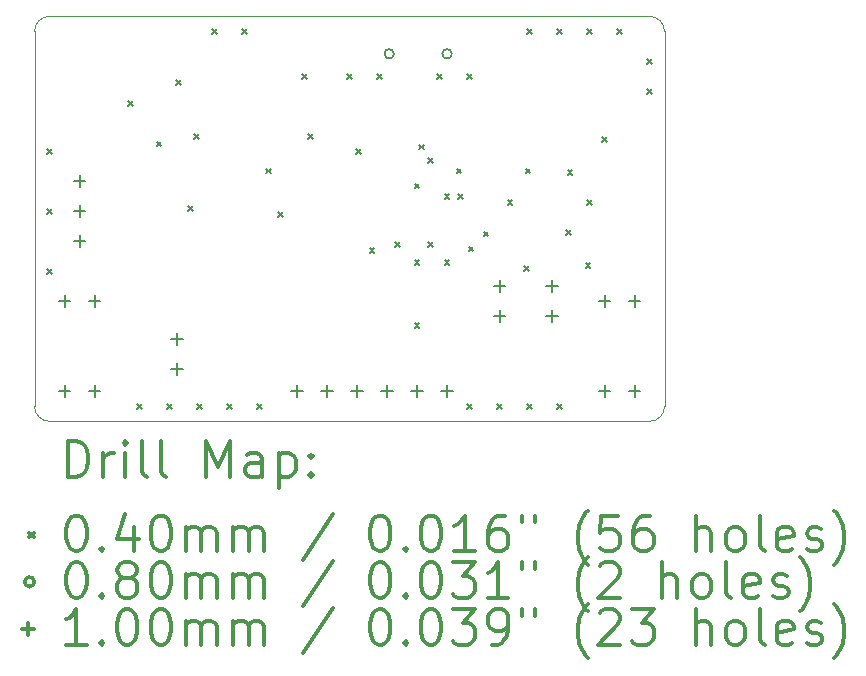
<source format=gbr>
%FSLAX45Y45*%
G04 Gerber Fmt 4.5, Leading zero omitted, Abs format (unit mm)*
G04 Created by KiCad (PCBNEW (5.1.2)-2) date 2019-08-11 21:37:22*
%MOMM*%
%LPD*%
G04 APERTURE LIST*
%ADD10C,0.050000*%
%ADD11C,0.200000*%
%ADD12C,0.300000*%
G04 APERTURE END LIST*
D10*
X17780000Y-14732000D02*
G75*
G02X17653000Y-14859000I-127000J0D01*
G01*
X17653000Y-11430000D02*
G75*
G02X17780000Y-11557000I0J-127000D01*
G01*
X12446000Y-11557000D02*
G75*
G02X12573000Y-11430000I127000J0D01*
G01*
X12573000Y-14859000D02*
G75*
G02X12446000Y-14732000I0J127000D01*
G01*
X17653000Y-14859000D02*
X12573000Y-14859000D01*
X17780000Y-11557000D02*
X17780000Y-14732000D01*
X12573000Y-11430000D02*
X17653000Y-11430000D01*
X12446000Y-14732000D02*
X12446000Y-11557000D01*
D11*
X12553000Y-12553000D02*
X12593000Y-12593000D01*
X12593000Y-12553000D02*
X12553000Y-12593000D01*
X12553000Y-13061000D02*
X12593000Y-13101000D01*
X12593000Y-13061000D02*
X12553000Y-13101000D01*
X12553000Y-13569000D02*
X12593000Y-13609000D01*
X12593000Y-13569000D02*
X12553000Y-13609000D01*
X13238800Y-12146600D02*
X13278800Y-12186600D01*
X13278800Y-12146600D02*
X13238800Y-12186600D01*
X13315000Y-14712000D02*
X13355000Y-14752000D01*
X13355000Y-14712000D02*
X13315000Y-14752000D01*
X13480100Y-12489500D02*
X13520100Y-12529500D01*
X13520100Y-12489500D02*
X13480100Y-12529500D01*
X13569000Y-14712000D02*
X13609000Y-14752000D01*
X13609000Y-14712000D02*
X13569000Y-14752000D01*
X13645200Y-11968800D02*
X13685200Y-12008800D01*
X13685200Y-11968800D02*
X13645200Y-12008800D01*
X13746800Y-13035600D02*
X13786800Y-13075600D01*
X13786800Y-13035600D02*
X13746800Y-13075600D01*
X13797600Y-12426000D02*
X13837600Y-12466000D01*
X13837600Y-12426000D02*
X13797600Y-12466000D01*
X13823000Y-14712000D02*
X13863000Y-14752000D01*
X13863000Y-14712000D02*
X13823000Y-14752000D01*
X13950000Y-11537000D02*
X13990000Y-11577000D01*
X13990000Y-11537000D02*
X13950000Y-11577000D01*
X14077000Y-14712000D02*
X14117000Y-14752000D01*
X14117000Y-14712000D02*
X14077000Y-14752000D01*
X14204000Y-11537000D02*
X14244000Y-11577000D01*
X14244000Y-11537000D02*
X14204000Y-11577000D01*
X14331000Y-14712000D02*
X14371000Y-14752000D01*
X14371000Y-14712000D02*
X14331000Y-14752000D01*
X14407200Y-12718100D02*
X14447200Y-12758100D01*
X14447200Y-12718100D02*
X14407200Y-12758100D01*
X14508800Y-13086400D02*
X14548800Y-13126400D01*
X14548800Y-13086400D02*
X14508800Y-13126400D01*
X14712000Y-11918000D02*
X14752000Y-11958000D01*
X14752000Y-11918000D02*
X14712000Y-11958000D01*
X14762800Y-12426000D02*
X14802800Y-12466000D01*
X14802800Y-12426000D02*
X14762800Y-12466000D01*
X15093000Y-11918000D02*
X15133000Y-11958000D01*
X15133000Y-11918000D02*
X15093000Y-11958000D01*
X15171100Y-12554900D02*
X15211100Y-12594900D01*
X15211100Y-12554900D02*
X15171100Y-12594900D01*
X15283500Y-13391200D02*
X15323500Y-13431200D01*
X15323500Y-13391200D02*
X15283500Y-13431200D01*
X15347000Y-11918000D02*
X15387000Y-11958000D01*
X15387000Y-11918000D02*
X15347000Y-11958000D01*
X15501300Y-13338500D02*
X15541300Y-13378500D01*
X15541300Y-13338500D02*
X15501300Y-13378500D01*
X15664500Y-12845100D02*
X15704500Y-12885100D01*
X15704500Y-12845100D02*
X15664500Y-12885100D01*
X15664500Y-13492800D02*
X15704500Y-13532800D01*
X15704500Y-13492800D02*
X15664500Y-13532800D01*
X15664500Y-14026200D02*
X15704500Y-14066200D01*
X15704500Y-14026200D02*
X15664500Y-14066200D01*
X15702600Y-12514900D02*
X15742600Y-12554900D01*
X15742600Y-12514900D02*
X15702600Y-12554900D01*
X15778800Y-12629200D02*
X15818800Y-12669200D01*
X15818800Y-12629200D02*
X15778800Y-12669200D01*
X15778800Y-13340400D02*
X15818800Y-13380400D01*
X15818800Y-13340400D02*
X15778800Y-13380400D01*
X15855000Y-11918000D02*
X15895000Y-11958000D01*
X15895000Y-11918000D02*
X15855000Y-11958000D01*
X15918500Y-12934000D02*
X15958500Y-12974000D01*
X15958500Y-12934000D02*
X15918500Y-12974000D01*
X15918500Y-13492800D02*
X15958500Y-13532800D01*
X15958500Y-13492800D02*
X15918500Y-13532800D01*
X16020100Y-12718100D02*
X16060100Y-12758100D01*
X16060100Y-12718100D02*
X16020100Y-12758100D01*
X16032800Y-12934000D02*
X16072800Y-12974000D01*
X16072800Y-12934000D02*
X16032800Y-12974000D01*
X16109000Y-11918000D02*
X16149000Y-11958000D01*
X16149000Y-11918000D02*
X16109000Y-11958000D01*
X16109000Y-14712000D02*
X16149000Y-14752000D01*
X16149000Y-14712000D02*
X16109000Y-14752000D01*
X16121700Y-13378500D02*
X16161700Y-13418500D01*
X16161700Y-13378500D02*
X16121700Y-13418500D01*
X16248700Y-13251500D02*
X16288700Y-13291500D01*
X16288700Y-13251500D02*
X16248700Y-13291500D01*
X16363000Y-14712000D02*
X16403000Y-14752000D01*
X16403000Y-14712000D02*
X16363000Y-14752000D01*
X16451900Y-12984800D02*
X16491900Y-13024800D01*
X16491900Y-12984800D02*
X16451900Y-13024800D01*
X16591600Y-13543600D02*
X16631600Y-13583600D01*
X16631600Y-13543600D02*
X16591600Y-13583600D01*
X16604300Y-12718100D02*
X16644300Y-12758100D01*
X16644300Y-12718100D02*
X16604300Y-12758100D01*
X16617000Y-11537000D02*
X16657000Y-11577000D01*
X16657000Y-11537000D02*
X16617000Y-11577000D01*
X16617000Y-14712000D02*
X16657000Y-14752000D01*
X16657000Y-14712000D02*
X16617000Y-14752000D01*
X16871000Y-11537000D02*
X16911000Y-11577000D01*
X16911000Y-11537000D02*
X16871000Y-11577000D01*
X16871000Y-14712000D02*
X16911000Y-14752000D01*
X16911000Y-14712000D02*
X16871000Y-14752000D01*
X16947200Y-13238800D02*
X16987200Y-13278800D01*
X16987200Y-13238800D02*
X16947200Y-13278800D01*
X16959900Y-12730800D02*
X16999900Y-12770800D01*
X16999900Y-12730800D02*
X16959900Y-12770800D01*
X17112300Y-13518200D02*
X17152300Y-13558200D01*
X17152300Y-13518200D02*
X17112300Y-13558200D01*
X17125000Y-11537000D02*
X17165000Y-11577000D01*
X17165000Y-11537000D02*
X17125000Y-11577000D01*
X17125000Y-12984800D02*
X17165000Y-13024800D01*
X17165000Y-12984800D02*
X17125000Y-13024800D01*
X17252000Y-12451400D02*
X17292000Y-12491400D01*
X17292000Y-12451400D02*
X17252000Y-12491400D01*
X17379000Y-11537000D02*
X17419000Y-11577000D01*
X17419000Y-11537000D02*
X17379000Y-11577000D01*
X17633000Y-11791000D02*
X17673000Y-11831000D01*
X17673000Y-11791000D02*
X17633000Y-11831000D01*
X17633000Y-12045000D02*
X17673000Y-12085000D01*
X17673000Y-12045000D02*
X17633000Y-12085000D01*
X15488500Y-11747500D02*
G75*
G03X15488500Y-11747500I-40000J0D01*
G01*
X15978500Y-11747500D02*
G75*
G03X15978500Y-11747500I-40000J0D01*
G01*
X13652500Y-14110500D02*
X13652500Y-14210500D01*
X13602500Y-14160500D02*
X13702500Y-14160500D01*
X13652500Y-14364500D02*
X13652500Y-14464500D01*
X13602500Y-14414500D02*
X13702500Y-14414500D01*
X12700000Y-14555000D02*
X12700000Y-14655000D01*
X12650000Y-14605000D02*
X12750000Y-14605000D01*
X12954000Y-14555000D02*
X12954000Y-14655000D01*
X12904000Y-14605000D02*
X13004000Y-14605000D01*
X16827500Y-13666000D02*
X16827500Y-13766000D01*
X16777500Y-13716000D02*
X16877500Y-13716000D01*
X16827500Y-13920000D02*
X16827500Y-14020000D01*
X16777500Y-13970000D02*
X16877500Y-13970000D01*
X17272000Y-13793000D02*
X17272000Y-13893000D01*
X17222000Y-13843000D02*
X17322000Y-13843000D01*
X17526000Y-13793000D02*
X17526000Y-13893000D01*
X17476000Y-13843000D02*
X17576000Y-13843000D01*
X17272000Y-14555000D02*
X17272000Y-14655000D01*
X17222000Y-14605000D02*
X17322000Y-14605000D01*
X17526000Y-14555000D02*
X17526000Y-14655000D01*
X17476000Y-14605000D02*
X17576000Y-14605000D01*
X16383000Y-13666000D02*
X16383000Y-13766000D01*
X16333000Y-13716000D02*
X16433000Y-13716000D01*
X16383000Y-13920000D02*
X16383000Y-14020000D01*
X16333000Y-13970000D02*
X16433000Y-13970000D01*
X12827000Y-12777000D02*
X12827000Y-12877000D01*
X12777000Y-12827000D02*
X12877000Y-12827000D01*
X12827000Y-13031000D02*
X12827000Y-13131000D01*
X12777000Y-13081000D02*
X12877000Y-13081000D01*
X12827000Y-13285000D02*
X12827000Y-13385000D01*
X12777000Y-13335000D02*
X12877000Y-13335000D01*
X14668500Y-14555000D02*
X14668500Y-14655000D01*
X14618500Y-14605000D02*
X14718500Y-14605000D01*
X14922500Y-14555000D02*
X14922500Y-14655000D01*
X14872500Y-14605000D02*
X14972500Y-14605000D01*
X15176500Y-14555000D02*
X15176500Y-14655000D01*
X15126500Y-14605000D02*
X15226500Y-14605000D01*
X15430500Y-14555000D02*
X15430500Y-14655000D01*
X15380500Y-14605000D02*
X15480500Y-14605000D01*
X15684500Y-14555000D02*
X15684500Y-14655000D01*
X15634500Y-14605000D02*
X15734500Y-14605000D01*
X15938500Y-14555000D02*
X15938500Y-14655000D01*
X15888500Y-14605000D02*
X15988500Y-14605000D01*
X12700000Y-13793000D02*
X12700000Y-13893000D01*
X12650000Y-13843000D02*
X12750000Y-13843000D01*
X12954000Y-13793000D02*
X12954000Y-13893000D01*
X12904000Y-13843000D02*
X13004000Y-13843000D01*
D12*
X12729928Y-15327214D02*
X12729928Y-15027214D01*
X12801357Y-15027214D01*
X12844214Y-15041500D01*
X12872786Y-15070071D01*
X12887071Y-15098643D01*
X12901357Y-15155786D01*
X12901357Y-15198643D01*
X12887071Y-15255786D01*
X12872786Y-15284357D01*
X12844214Y-15312929D01*
X12801357Y-15327214D01*
X12729928Y-15327214D01*
X13029928Y-15327214D02*
X13029928Y-15127214D01*
X13029928Y-15184357D02*
X13044214Y-15155786D01*
X13058500Y-15141500D01*
X13087071Y-15127214D01*
X13115643Y-15127214D01*
X13215643Y-15327214D02*
X13215643Y-15127214D01*
X13215643Y-15027214D02*
X13201357Y-15041500D01*
X13215643Y-15055786D01*
X13229928Y-15041500D01*
X13215643Y-15027214D01*
X13215643Y-15055786D01*
X13401357Y-15327214D02*
X13372786Y-15312929D01*
X13358500Y-15284357D01*
X13358500Y-15027214D01*
X13558500Y-15327214D02*
X13529928Y-15312929D01*
X13515643Y-15284357D01*
X13515643Y-15027214D01*
X13901357Y-15327214D02*
X13901357Y-15027214D01*
X14001357Y-15241500D01*
X14101357Y-15027214D01*
X14101357Y-15327214D01*
X14372786Y-15327214D02*
X14372786Y-15170071D01*
X14358500Y-15141500D01*
X14329928Y-15127214D01*
X14272786Y-15127214D01*
X14244214Y-15141500D01*
X14372786Y-15312929D02*
X14344214Y-15327214D01*
X14272786Y-15327214D01*
X14244214Y-15312929D01*
X14229928Y-15284357D01*
X14229928Y-15255786D01*
X14244214Y-15227214D01*
X14272786Y-15212929D01*
X14344214Y-15212929D01*
X14372786Y-15198643D01*
X14515643Y-15127214D02*
X14515643Y-15427214D01*
X14515643Y-15141500D02*
X14544214Y-15127214D01*
X14601357Y-15127214D01*
X14629928Y-15141500D01*
X14644214Y-15155786D01*
X14658500Y-15184357D01*
X14658500Y-15270071D01*
X14644214Y-15298643D01*
X14629928Y-15312929D01*
X14601357Y-15327214D01*
X14544214Y-15327214D01*
X14515643Y-15312929D01*
X14787071Y-15298643D02*
X14801357Y-15312929D01*
X14787071Y-15327214D01*
X14772786Y-15312929D01*
X14787071Y-15298643D01*
X14787071Y-15327214D01*
X14787071Y-15141500D02*
X14801357Y-15155786D01*
X14787071Y-15170071D01*
X14772786Y-15155786D01*
X14787071Y-15141500D01*
X14787071Y-15170071D01*
X12403500Y-15801500D02*
X12443500Y-15841500D01*
X12443500Y-15801500D02*
X12403500Y-15841500D01*
X12787071Y-15657214D02*
X12815643Y-15657214D01*
X12844214Y-15671500D01*
X12858500Y-15685786D01*
X12872786Y-15714357D01*
X12887071Y-15771500D01*
X12887071Y-15842929D01*
X12872786Y-15900071D01*
X12858500Y-15928643D01*
X12844214Y-15942929D01*
X12815643Y-15957214D01*
X12787071Y-15957214D01*
X12758500Y-15942929D01*
X12744214Y-15928643D01*
X12729928Y-15900071D01*
X12715643Y-15842929D01*
X12715643Y-15771500D01*
X12729928Y-15714357D01*
X12744214Y-15685786D01*
X12758500Y-15671500D01*
X12787071Y-15657214D01*
X13015643Y-15928643D02*
X13029928Y-15942929D01*
X13015643Y-15957214D01*
X13001357Y-15942929D01*
X13015643Y-15928643D01*
X13015643Y-15957214D01*
X13287071Y-15757214D02*
X13287071Y-15957214D01*
X13215643Y-15642929D02*
X13144214Y-15857214D01*
X13329928Y-15857214D01*
X13501357Y-15657214D02*
X13529928Y-15657214D01*
X13558500Y-15671500D01*
X13572786Y-15685786D01*
X13587071Y-15714357D01*
X13601357Y-15771500D01*
X13601357Y-15842929D01*
X13587071Y-15900071D01*
X13572786Y-15928643D01*
X13558500Y-15942929D01*
X13529928Y-15957214D01*
X13501357Y-15957214D01*
X13472786Y-15942929D01*
X13458500Y-15928643D01*
X13444214Y-15900071D01*
X13429928Y-15842929D01*
X13429928Y-15771500D01*
X13444214Y-15714357D01*
X13458500Y-15685786D01*
X13472786Y-15671500D01*
X13501357Y-15657214D01*
X13729928Y-15957214D02*
X13729928Y-15757214D01*
X13729928Y-15785786D02*
X13744214Y-15771500D01*
X13772786Y-15757214D01*
X13815643Y-15757214D01*
X13844214Y-15771500D01*
X13858500Y-15800071D01*
X13858500Y-15957214D01*
X13858500Y-15800071D02*
X13872786Y-15771500D01*
X13901357Y-15757214D01*
X13944214Y-15757214D01*
X13972786Y-15771500D01*
X13987071Y-15800071D01*
X13987071Y-15957214D01*
X14129928Y-15957214D02*
X14129928Y-15757214D01*
X14129928Y-15785786D02*
X14144214Y-15771500D01*
X14172786Y-15757214D01*
X14215643Y-15757214D01*
X14244214Y-15771500D01*
X14258500Y-15800071D01*
X14258500Y-15957214D01*
X14258500Y-15800071D02*
X14272786Y-15771500D01*
X14301357Y-15757214D01*
X14344214Y-15757214D01*
X14372786Y-15771500D01*
X14387071Y-15800071D01*
X14387071Y-15957214D01*
X14972786Y-15642929D02*
X14715643Y-16028643D01*
X15358500Y-15657214D02*
X15387071Y-15657214D01*
X15415643Y-15671500D01*
X15429928Y-15685786D01*
X15444214Y-15714357D01*
X15458500Y-15771500D01*
X15458500Y-15842929D01*
X15444214Y-15900071D01*
X15429928Y-15928643D01*
X15415643Y-15942929D01*
X15387071Y-15957214D01*
X15358500Y-15957214D01*
X15329928Y-15942929D01*
X15315643Y-15928643D01*
X15301357Y-15900071D01*
X15287071Y-15842929D01*
X15287071Y-15771500D01*
X15301357Y-15714357D01*
X15315643Y-15685786D01*
X15329928Y-15671500D01*
X15358500Y-15657214D01*
X15587071Y-15928643D02*
X15601357Y-15942929D01*
X15587071Y-15957214D01*
X15572786Y-15942929D01*
X15587071Y-15928643D01*
X15587071Y-15957214D01*
X15787071Y-15657214D02*
X15815643Y-15657214D01*
X15844214Y-15671500D01*
X15858500Y-15685786D01*
X15872786Y-15714357D01*
X15887071Y-15771500D01*
X15887071Y-15842929D01*
X15872786Y-15900071D01*
X15858500Y-15928643D01*
X15844214Y-15942929D01*
X15815643Y-15957214D01*
X15787071Y-15957214D01*
X15758500Y-15942929D01*
X15744214Y-15928643D01*
X15729928Y-15900071D01*
X15715643Y-15842929D01*
X15715643Y-15771500D01*
X15729928Y-15714357D01*
X15744214Y-15685786D01*
X15758500Y-15671500D01*
X15787071Y-15657214D01*
X16172786Y-15957214D02*
X16001357Y-15957214D01*
X16087071Y-15957214D02*
X16087071Y-15657214D01*
X16058500Y-15700071D01*
X16029928Y-15728643D01*
X16001357Y-15742929D01*
X16429928Y-15657214D02*
X16372786Y-15657214D01*
X16344214Y-15671500D01*
X16329928Y-15685786D01*
X16301357Y-15728643D01*
X16287071Y-15785786D01*
X16287071Y-15900071D01*
X16301357Y-15928643D01*
X16315643Y-15942929D01*
X16344214Y-15957214D01*
X16401357Y-15957214D01*
X16429928Y-15942929D01*
X16444214Y-15928643D01*
X16458500Y-15900071D01*
X16458500Y-15828643D01*
X16444214Y-15800071D01*
X16429928Y-15785786D01*
X16401357Y-15771500D01*
X16344214Y-15771500D01*
X16315643Y-15785786D01*
X16301357Y-15800071D01*
X16287071Y-15828643D01*
X16572786Y-15657214D02*
X16572786Y-15714357D01*
X16687071Y-15657214D02*
X16687071Y-15714357D01*
X17129928Y-16071500D02*
X17115643Y-16057214D01*
X17087071Y-16014357D01*
X17072786Y-15985786D01*
X17058500Y-15942929D01*
X17044214Y-15871500D01*
X17044214Y-15814357D01*
X17058500Y-15742929D01*
X17072786Y-15700071D01*
X17087071Y-15671500D01*
X17115643Y-15628643D01*
X17129928Y-15614357D01*
X17387071Y-15657214D02*
X17244214Y-15657214D01*
X17229928Y-15800071D01*
X17244214Y-15785786D01*
X17272786Y-15771500D01*
X17344214Y-15771500D01*
X17372786Y-15785786D01*
X17387071Y-15800071D01*
X17401357Y-15828643D01*
X17401357Y-15900071D01*
X17387071Y-15928643D01*
X17372786Y-15942929D01*
X17344214Y-15957214D01*
X17272786Y-15957214D01*
X17244214Y-15942929D01*
X17229928Y-15928643D01*
X17658500Y-15657214D02*
X17601357Y-15657214D01*
X17572786Y-15671500D01*
X17558500Y-15685786D01*
X17529928Y-15728643D01*
X17515643Y-15785786D01*
X17515643Y-15900071D01*
X17529928Y-15928643D01*
X17544214Y-15942929D01*
X17572786Y-15957214D01*
X17629928Y-15957214D01*
X17658500Y-15942929D01*
X17672786Y-15928643D01*
X17687071Y-15900071D01*
X17687071Y-15828643D01*
X17672786Y-15800071D01*
X17658500Y-15785786D01*
X17629928Y-15771500D01*
X17572786Y-15771500D01*
X17544214Y-15785786D01*
X17529928Y-15800071D01*
X17515643Y-15828643D01*
X18044214Y-15957214D02*
X18044214Y-15657214D01*
X18172786Y-15957214D02*
X18172786Y-15800071D01*
X18158500Y-15771500D01*
X18129928Y-15757214D01*
X18087071Y-15757214D01*
X18058500Y-15771500D01*
X18044214Y-15785786D01*
X18358500Y-15957214D02*
X18329928Y-15942929D01*
X18315643Y-15928643D01*
X18301357Y-15900071D01*
X18301357Y-15814357D01*
X18315643Y-15785786D01*
X18329928Y-15771500D01*
X18358500Y-15757214D01*
X18401357Y-15757214D01*
X18429928Y-15771500D01*
X18444214Y-15785786D01*
X18458500Y-15814357D01*
X18458500Y-15900071D01*
X18444214Y-15928643D01*
X18429928Y-15942929D01*
X18401357Y-15957214D01*
X18358500Y-15957214D01*
X18629928Y-15957214D02*
X18601357Y-15942929D01*
X18587071Y-15914357D01*
X18587071Y-15657214D01*
X18858500Y-15942929D02*
X18829928Y-15957214D01*
X18772786Y-15957214D01*
X18744214Y-15942929D01*
X18729928Y-15914357D01*
X18729928Y-15800071D01*
X18744214Y-15771500D01*
X18772786Y-15757214D01*
X18829928Y-15757214D01*
X18858500Y-15771500D01*
X18872786Y-15800071D01*
X18872786Y-15828643D01*
X18729928Y-15857214D01*
X18987071Y-15942929D02*
X19015643Y-15957214D01*
X19072786Y-15957214D01*
X19101357Y-15942929D01*
X19115643Y-15914357D01*
X19115643Y-15900071D01*
X19101357Y-15871500D01*
X19072786Y-15857214D01*
X19029928Y-15857214D01*
X19001357Y-15842929D01*
X18987071Y-15814357D01*
X18987071Y-15800071D01*
X19001357Y-15771500D01*
X19029928Y-15757214D01*
X19072786Y-15757214D01*
X19101357Y-15771500D01*
X19215643Y-16071500D02*
X19229928Y-16057214D01*
X19258500Y-16014357D01*
X19272786Y-15985786D01*
X19287071Y-15942929D01*
X19301357Y-15871500D01*
X19301357Y-15814357D01*
X19287071Y-15742929D01*
X19272786Y-15700071D01*
X19258500Y-15671500D01*
X19229928Y-15628643D01*
X19215643Y-15614357D01*
X12443500Y-16217500D02*
G75*
G03X12443500Y-16217500I-40000J0D01*
G01*
X12787071Y-16053214D02*
X12815643Y-16053214D01*
X12844214Y-16067500D01*
X12858500Y-16081786D01*
X12872786Y-16110357D01*
X12887071Y-16167500D01*
X12887071Y-16238929D01*
X12872786Y-16296071D01*
X12858500Y-16324643D01*
X12844214Y-16338929D01*
X12815643Y-16353214D01*
X12787071Y-16353214D01*
X12758500Y-16338929D01*
X12744214Y-16324643D01*
X12729928Y-16296071D01*
X12715643Y-16238929D01*
X12715643Y-16167500D01*
X12729928Y-16110357D01*
X12744214Y-16081786D01*
X12758500Y-16067500D01*
X12787071Y-16053214D01*
X13015643Y-16324643D02*
X13029928Y-16338929D01*
X13015643Y-16353214D01*
X13001357Y-16338929D01*
X13015643Y-16324643D01*
X13015643Y-16353214D01*
X13201357Y-16181786D02*
X13172786Y-16167500D01*
X13158500Y-16153214D01*
X13144214Y-16124643D01*
X13144214Y-16110357D01*
X13158500Y-16081786D01*
X13172786Y-16067500D01*
X13201357Y-16053214D01*
X13258500Y-16053214D01*
X13287071Y-16067500D01*
X13301357Y-16081786D01*
X13315643Y-16110357D01*
X13315643Y-16124643D01*
X13301357Y-16153214D01*
X13287071Y-16167500D01*
X13258500Y-16181786D01*
X13201357Y-16181786D01*
X13172786Y-16196071D01*
X13158500Y-16210357D01*
X13144214Y-16238929D01*
X13144214Y-16296071D01*
X13158500Y-16324643D01*
X13172786Y-16338929D01*
X13201357Y-16353214D01*
X13258500Y-16353214D01*
X13287071Y-16338929D01*
X13301357Y-16324643D01*
X13315643Y-16296071D01*
X13315643Y-16238929D01*
X13301357Y-16210357D01*
X13287071Y-16196071D01*
X13258500Y-16181786D01*
X13501357Y-16053214D02*
X13529928Y-16053214D01*
X13558500Y-16067500D01*
X13572786Y-16081786D01*
X13587071Y-16110357D01*
X13601357Y-16167500D01*
X13601357Y-16238929D01*
X13587071Y-16296071D01*
X13572786Y-16324643D01*
X13558500Y-16338929D01*
X13529928Y-16353214D01*
X13501357Y-16353214D01*
X13472786Y-16338929D01*
X13458500Y-16324643D01*
X13444214Y-16296071D01*
X13429928Y-16238929D01*
X13429928Y-16167500D01*
X13444214Y-16110357D01*
X13458500Y-16081786D01*
X13472786Y-16067500D01*
X13501357Y-16053214D01*
X13729928Y-16353214D02*
X13729928Y-16153214D01*
X13729928Y-16181786D02*
X13744214Y-16167500D01*
X13772786Y-16153214D01*
X13815643Y-16153214D01*
X13844214Y-16167500D01*
X13858500Y-16196071D01*
X13858500Y-16353214D01*
X13858500Y-16196071D02*
X13872786Y-16167500D01*
X13901357Y-16153214D01*
X13944214Y-16153214D01*
X13972786Y-16167500D01*
X13987071Y-16196071D01*
X13987071Y-16353214D01*
X14129928Y-16353214D02*
X14129928Y-16153214D01*
X14129928Y-16181786D02*
X14144214Y-16167500D01*
X14172786Y-16153214D01*
X14215643Y-16153214D01*
X14244214Y-16167500D01*
X14258500Y-16196071D01*
X14258500Y-16353214D01*
X14258500Y-16196071D02*
X14272786Y-16167500D01*
X14301357Y-16153214D01*
X14344214Y-16153214D01*
X14372786Y-16167500D01*
X14387071Y-16196071D01*
X14387071Y-16353214D01*
X14972786Y-16038929D02*
X14715643Y-16424643D01*
X15358500Y-16053214D02*
X15387071Y-16053214D01*
X15415643Y-16067500D01*
X15429928Y-16081786D01*
X15444214Y-16110357D01*
X15458500Y-16167500D01*
X15458500Y-16238929D01*
X15444214Y-16296071D01*
X15429928Y-16324643D01*
X15415643Y-16338929D01*
X15387071Y-16353214D01*
X15358500Y-16353214D01*
X15329928Y-16338929D01*
X15315643Y-16324643D01*
X15301357Y-16296071D01*
X15287071Y-16238929D01*
X15287071Y-16167500D01*
X15301357Y-16110357D01*
X15315643Y-16081786D01*
X15329928Y-16067500D01*
X15358500Y-16053214D01*
X15587071Y-16324643D02*
X15601357Y-16338929D01*
X15587071Y-16353214D01*
X15572786Y-16338929D01*
X15587071Y-16324643D01*
X15587071Y-16353214D01*
X15787071Y-16053214D02*
X15815643Y-16053214D01*
X15844214Y-16067500D01*
X15858500Y-16081786D01*
X15872786Y-16110357D01*
X15887071Y-16167500D01*
X15887071Y-16238929D01*
X15872786Y-16296071D01*
X15858500Y-16324643D01*
X15844214Y-16338929D01*
X15815643Y-16353214D01*
X15787071Y-16353214D01*
X15758500Y-16338929D01*
X15744214Y-16324643D01*
X15729928Y-16296071D01*
X15715643Y-16238929D01*
X15715643Y-16167500D01*
X15729928Y-16110357D01*
X15744214Y-16081786D01*
X15758500Y-16067500D01*
X15787071Y-16053214D01*
X15987071Y-16053214D02*
X16172786Y-16053214D01*
X16072786Y-16167500D01*
X16115643Y-16167500D01*
X16144214Y-16181786D01*
X16158500Y-16196071D01*
X16172786Y-16224643D01*
X16172786Y-16296071D01*
X16158500Y-16324643D01*
X16144214Y-16338929D01*
X16115643Y-16353214D01*
X16029928Y-16353214D01*
X16001357Y-16338929D01*
X15987071Y-16324643D01*
X16458500Y-16353214D02*
X16287071Y-16353214D01*
X16372786Y-16353214D02*
X16372786Y-16053214D01*
X16344214Y-16096071D01*
X16315643Y-16124643D01*
X16287071Y-16138929D01*
X16572786Y-16053214D02*
X16572786Y-16110357D01*
X16687071Y-16053214D02*
X16687071Y-16110357D01*
X17129928Y-16467500D02*
X17115643Y-16453214D01*
X17087071Y-16410357D01*
X17072786Y-16381786D01*
X17058500Y-16338929D01*
X17044214Y-16267500D01*
X17044214Y-16210357D01*
X17058500Y-16138929D01*
X17072786Y-16096071D01*
X17087071Y-16067500D01*
X17115643Y-16024643D01*
X17129928Y-16010357D01*
X17229928Y-16081786D02*
X17244214Y-16067500D01*
X17272786Y-16053214D01*
X17344214Y-16053214D01*
X17372786Y-16067500D01*
X17387071Y-16081786D01*
X17401357Y-16110357D01*
X17401357Y-16138929D01*
X17387071Y-16181786D01*
X17215643Y-16353214D01*
X17401357Y-16353214D01*
X17758500Y-16353214D02*
X17758500Y-16053214D01*
X17887071Y-16353214D02*
X17887071Y-16196071D01*
X17872786Y-16167500D01*
X17844214Y-16153214D01*
X17801357Y-16153214D01*
X17772786Y-16167500D01*
X17758500Y-16181786D01*
X18072786Y-16353214D02*
X18044214Y-16338929D01*
X18029928Y-16324643D01*
X18015643Y-16296071D01*
X18015643Y-16210357D01*
X18029928Y-16181786D01*
X18044214Y-16167500D01*
X18072786Y-16153214D01*
X18115643Y-16153214D01*
X18144214Y-16167500D01*
X18158500Y-16181786D01*
X18172786Y-16210357D01*
X18172786Y-16296071D01*
X18158500Y-16324643D01*
X18144214Y-16338929D01*
X18115643Y-16353214D01*
X18072786Y-16353214D01*
X18344214Y-16353214D02*
X18315643Y-16338929D01*
X18301357Y-16310357D01*
X18301357Y-16053214D01*
X18572786Y-16338929D02*
X18544214Y-16353214D01*
X18487071Y-16353214D01*
X18458500Y-16338929D01*
X18444214Y-16310357D01*
X18444214Y-16196071D01*
X18458500Y-16167500D01*
X18487071Y-16153214D01*
X18544214Y-16153214D01*
X18572786Y-16167500D01*
X18587071Y-16196071D01*
X18587071Y-16224643D01*
X18444214Y-16253214D01*
X18701357Y-16338929D02*
X18729928Y-16353214D01*
X18787071Y-16353214D01*
X18815643Y-16338929D01*
X18829928Y-16310357D01*
X18829928Y-16296071D01*
X18815643Y-16267500D01*
X18787071Y-16253214D01*
X18744214Y-16253214D01*
X18715643Y-16238929D01*
X18701357Y-16210357D01*
X18701357Y-16196071D01*
X18715643Y-16167500D01*
X18744214Y-16153214D01*
X18787071Y-16153214D01*
X18815643Y-16167500D01*
X18929928Y-16467500D02*
X18944214Y-16453214D01*
X18972786Y-16410357D01*
X18987071Y-16381786D01*
X19001357Y-16338929D01*
X19015643Y-16267500D01*
X19015643Y-16210357D01*
X19001357Y-16138929D01*
X18987071Y-16096071D01*
X18972786Y-16067500D01*
X18944214Y-16024643D01*
X18929928Y-16010357D01*
X12393500Y-16563500D02*
X12393500Y-16663500D01*
X12343500Y-16613500D02*
X12443500Y-16613500D01*
X12887071Y-16749214D02*
X12715643Y-16749214D01*
X12801357Y-16749214D02*
X12801357Y-16449214D01*
X12772786Y-16492071D01*
X12744214Y-16520643D01*
X12715643Y-16534929D01*
X13015643Y-16720643D02*
X13029928Y-16734929D01*
X13015643Y-16749214D01*
X13001357Y-16734929D01*
X13015643Y-16720643D01*
X13015643Y-16749214D01*
X13215643Y-16449214D02*
X13244214Y-16449214D01*
X13272786Y-16463500D01*
X13287071Y-16477786D01*
X13301357Y-16506357D01*
X13315643Y-16563500D01*
X13315643Y-16634929D01*
X13301357Y-16692071D01*
X13287071Y-16720643D01*
X13272786Y-16734929D01*
X13244214Y-16749214D01*
X13215643Y-16749214D01*
X13187071Y-16734929D01*
X13172786Y-16720643D01*
X13158500Y-16692071D01*
X13144214Y-16634929D01*
X13144214Y-16563500D01*
X13158500Y-16506357D01*
X13172786Y-16477786D01*
X13187071Y-16463500D01*
X13215643Y-16449214D01*
X13501357Y-16449214D02*
X13529928Y-16449214D01*
X13558500Y-16463500D01*
X13572786Y-16477786D01*
X13587071Y-16506357D01*
X13601357Y-16563500D01*
X13601357Y-16634929D01*
X13587071Y-16692071D01*
X13572786Y-16720643D01*
X13558500Y-16734929D01*
X13529928Y-16749214D01*
X13501357Y-16749214D01*
X13472786Y-16734929D01*
X13458500Y-16720643D01*
X13444214Y-16692071D01*
X13429928Y-16634929D01*
X13429928Y-16563500D01*
X13444214Y-16506357D01*
X13458500Y-16477786D01*
X13472786Y-16463500D01*
X13501357Y-16449214D01*
X13729928Y-16749214D02*
X13729928Y-16549214D01*
X13729928Y-16577786D02*
X13744214Y-16563500D01*
X13772786Y-16549214D01*
X13815643Y-16549214D01*
X13844214Y-16563500D01*
X13858500Y-16592071D01*
X13858500Y-16749214D01*
X13858500Y-16592071D02*
X13872786Y-16563500D01*
X13901357Y-16549214D01*
X13944214Y-16549214D01*
X13972786Y-16563500D01*
X13987071Y-16592071D01*
X13987071Y-16749214D01*
X14129928Y-16749214D02*
X14129928Y-16549214D01*
X14129928Y-16577786D02*
X14144214Y-16563500D01*
X14172786Y-16549214D01*
X14215643Y-16549214D01*
X14244214Y-16563500D01*
X14258500Y-16592071D01*
X14258500Y-16749214D01*
X14258500Y-16592071D02*
X14272786Y-16563500D01*
X14301357Y-16549214D01*
X14344214Y-16549214D01*
X14372786Y-16563500D01*
X14387071Y-16592071D01*
X14387071Y-16749214D01*
X14972786Y-16434929D02*
X14715643Y-16820643D01*
X15358500Y-16449214D02*
X15387071Y-16449214D01*
X15415643Y-16463500D01*
X15429928Y-16477786D01*
X15444214Y-16506357D01*
X15458500Y-16563500D01*
X15458500Y-16634929D01*
X15444214Y-16692071D01*
X15429928Y-16720643D01*
X15415643Y-16734929D01*
X15387071Y-16749214D01*
X15358500Y-16749214D01*
X15329928Y-16734929D01*
X15315643Y-16720643D01*
X15301357Y-16692071D01*
X15287071Y-16634929D01*
X15287071Y-16563500D01*
X15301357Y-16506357D01*
X15315643Y-16477786D01*
X15329928Y-16463500D01*
X15358500Y-16449214D01*
X15587071Y-16720643D02*
X15601357Y-16734929D01*
X15587071Y-16749214D01*
X15572786Y-16734929D01*
X15587071Y-16720643D01*
X15587071Y-16749214D01*
X15787071Y-16449214D02*
X15815643Y-16449214D01*
X15844214Y-16463500D01*
X15858500Y-16477786D01*
X15872786Y-16506357D01*
X15887071Y-16563500D01*
X15887071Y-16634929D01*
X15872786Y-16692071D01*
X15858500Y-16720643D01*
X15844214Y-16734929D01*
X15815643Y-16749214D01*
X15787071Y-16749214D01*
X15758500Y-16734929D01*
X15744214Y-16720643D01*
X15729928Y-16692071D01*
X15715643Y-16634929D01*
X15715643Y-16563500D01*
X15729928Y-16506357D01*
X15744214Y-16477786D01*
X15758500Y-16463500D01*
X15787071Y-16449214D01*
X15987071Y-16449214D02*
X16172786Y-16449214D01*
X16072786Y-16563500D01*
X16115643Y-16563500D01*
X16144214Y-16577786D01*
X16158500Y-16592071D01*
X16172786Y-16620643D01*
X16172786Y-16692071D01*
X16158500Y-16720643D01*
X16144214Y-16734929D01*
X16115643Y-16749214D01*
X16029928Y-16749214D01*
X16001357Y-16734929D01*
X15987071Y-16720643D01*
X16315643Y-16749214D02*
X16372786Y-16749214D01*
X16401357Y-16734929D01*
X16415643Y-16720643D01*
X16444214Y-16677786D01*
X16458500Y-16620643D01*
X16458500Y-16506357D01*
X16444214Y-16477786D01*
X16429928Y-16463500D01*
X16401357Y-16449214D01*
X16344214Y-16449214D01*
X16315643Y-16463500D01*
X16301357Y-16477786D01*
X16287071Y-16506357D01*
X16287071Y-16577786D01*
X16301357Y-16606357D01*
X16315643Y-16620643D01*
X16344214Y-16634929D01*
X16401357Y-16634929D01*
X16429928Y-16620643D01*
X16444214Y-16606357D01*
X16458500Y-16577786D01*
X16572786Y-16449214D02*
X16572786Y-16506357D01*
X16687071Y-16449214D02*
X16687071Y-16506357D01*
X17129928Y-16863500D02*
X17115643Y-16849214D01*
X17087071Y-16806357D01*
X17072786Y-16777786D01*
X17058500Y-16734929D01*
X17044214Y-16663500D01*
X17044214Y-16606357D01*
X17058500Y-16534929D01*
X17072786Y-16492071D01*
X17087071Y-16463500D01*
X17115643Y-16420643D01*
X17129928Y-16406357D01*
X17229928Y-16477786D02*
X17244214Y-16463500D01*
X17272786Y-16449214D01*
X17344214Y-16449214D01*
X17372786Y-16463500D01*
X17387071Y-16477786D01*
X17401357Y-16506357D01*
X17401357Y-16534929D01*
X17387071Y-16577786D01*
X17215643Y-16749214D01*
X17401357Y-16749214D01*
X17501357Y-16449214D02*
X17687071Y-16449214D01*
X17587071Y-16563500D01*
X17629928Y-16563500D01*
X17658500Y-16577786D01*
X17672786Y-16592071D01*
X17687071Y-16620643D01*
X17687071Y-16692071D01*
X17672786Y-16720643D01*
X17658500Y-16734929D01*
X17629928Y-16749214D01*
X17544214Y-16749214D01*
X17515643Y-16734929D01*
X17501357Y-16720643D01*
X18044214Y-16749214D02*
X18044214Y-16449214D01*
X18172786Y-16749214D02*
X18172786Y-16592071D01*
X18158500Y-16563500D01*
X18129928Y-16549214D01*
X18087071Y-16549214D01*
X18058500Y-16563500D01*
X18044214Y-16577786D01*
X18358500Y-16749214D02*
X18329928Y-16734929D01*
X18315643Y-16720643D01*
X18301357Y-16692071D01*
X18301357Y-16606357D01*
X18315643Y-16577786D01*
X18329928Y-16563500D01*
X18358500Y-16549214D01*
X18401357Y-16549214D01*
X18429928Y-16563500D01*
X18444214Y-16577786D01*
X18458500Y-16606357D01*
X18458500Y-16692071D01*
X18444214Y-16720643D01*
X18429928Y-16734929D01*
X18401357Y-16749214D01*
X18358500Y-16749214D01*
X18629928Y-16749214D02*
X18601357Y-16734929D01*
X18587071Y-16706357D01*
X18587071Y-16449214D01*
X18858500Y-16734929D02*
X18829928Y-16749214D01*
X18772786Y-16749214D01*
X18744214Y-16734929D01*
X18729928Y-16706357D01*
X18729928Y-16592071D01*
X18744214Y-16563500D01*
X18772786Y-16549214D01*
X18829928Y-16549214D01*
X18858500Y-16563500D01*
X18872786Y-16592071D01*
X18872786Y-16620643D01*
X18729928Y-16649214D01*
X18987071Y-16734929D02*
X19015643Y-16749214D01*
X19072786Y-16749214D01*
X19101357Y-16734929D01*
X19115643Y-16706357D01*
X19115643Y-16692071D01*
X19101357Y-16663500D01*
X19072786Y-16649214D01*
X19029928Y-16649214D01*
X19001357Y-16634929D01*
X18987071Y-16606357D01*
X18987071Y-16592071D01*
X19001357Y-16563500D01*
X19029928Y-16549214D01*
X19072786Y-16549214D01*
X19101357Y-16563500D01*
X19215643Y-16863500D02*
X19229928Y-16849214D01*
X19258500Y-16806357D01*
X19272786Y-16777786D01*
X19287071Y-16734929D01*
X19301357Y-16663500D01*
X19301357Y-16606357D01*
X19287071Y-16534929D01*
X19272786Y-16492071D01*
X19258500Y-16463500D01*
X19229928Y-16420643D01*
X19215643Y-16406357D01*
M02*

</source>
